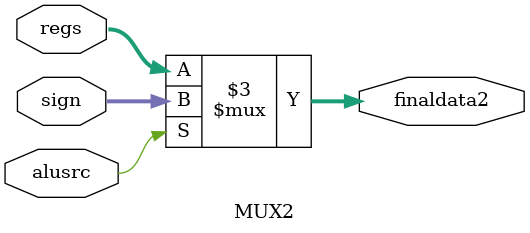
<source format=v>
module MUX2(
	input alusrc,
	input[31:0] regs,sign,//readData2 y signExtend
	output reg [31:0]finaldata2
);

always @*
begin 
	if(alusrc)
		finaldata2=sign;
	else
		finaldata2=regs;
end

endmodule	
</source>
